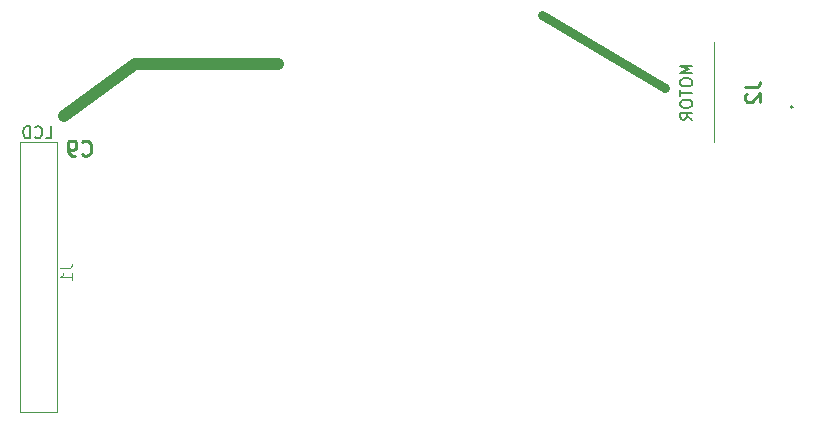
<source format=gbr>
%TF.GenerationSoftware,KiCad,Pcbnew,8.0.4*%
%TF.CreationDate,2024-09-02T15:52:59+01:00*%
%TF.ProjectId,algoritmi_foc,616c676f-7269-4746-9d69-5f666f632e6b,Andr_s Motta*%
%TF.SameCoordinates,Original*%
%TF.FileFunction,Legend,Bot*%
%TF.FilePolarity,Positive*%
%FSLAX46Y46*%
G04 Gerber Fmt 4.6, Leading zero omitted, Abs format (unit mm)*
G04 Created by KiCad (PCBNEW 8.0.4) date 2024-09-02 15:52:59*
%MOMM*%
%LPD*%
G01*
G04 APERTURE LIST*
%ADD10C,0.800000*%
%ADD11C,1.000000*%
%ADD12C,0.150000*%
%ADD13C,0.254000*%
%ADD14C,0.100000*%
%ADD15C,0.200000*%
G04 APERTURE END LIST*
D10*
X109317203Y-60642559D02*
X119800000Y-66800000D01*
D11*
X86997203Y-64772559D02*
X74917203Y-64792559D01*
X74917203Y-64792559D02*
X68857203Y-69222559D01*
D12*
X122069819Y-64936779D02*
X121069819Y-64936779D01*
X121069819Y-64936779D02*
X121784104Y-65270112D01*
X121784104Y-65270112D02*
X121069819Y-65603445D01*
X121069819Y-65603445D02*
X122069819Y-65603445D01*
X121069819Y-66270112D02*
X121069819Y-66460588D01*
X121069819Y-66460588D02*
X121117438Y-66555826D01*
X121117438Y-66555826D02*
X121212676Y-66651064D01*
X121212676Y-66651064D02*
X121403152Y-66698683D01*
X121403152Y-66698683D02*
X121736485Y-66698683D01*
X121736485Y-66698683D02*
X121926961Y-66651064D01*
X121926961Y-66651064D02*
X122022200Y-66555826D01*
X122022200Y-66555826D02*
X122069819Y-66460588D01*
X122069819Y-66460588D02*
X122069819Y-66270112D01*
X122069819Y-66270112D02*
X122022200Y-66174874D01*
X122022200Y-66174874D02*
X121926961Y-66079636D01*
X121926961Y-66079636D02*
X121736485Y-66032017D01*
X121736485Y-66032017D02*
X121403152Y-66032017D01*
X121403152Y-66032017D02*
X121212676Y-66079636D01*
X121212676Y-66079636D02*
X121117438Y-66174874D01*
X121117438Y-66174874D02*
X121069819Y-66270112D01*
X121069819Y-66984398D02*
X121069819Y-67555826D01*
X122069819Y-67270112D02*
X121069819Y-67270112D01*
X121069819Y-68079636D02*
X121069819Y-68270112D01*
X121069819Y-68270112D02*
X121117438Y-68365350D01*
X121117438Y-68365350D02*
X121212676Y-68460588D01*
X121212676Y-68460588D02*
X121403152Y-68508207D01*
X121403152Y-68508207D02*
X121736485Y-68508207D01*
X121736485Y-68508207D02*
X121926961Y-68460588D01*
X121926961Y-68460588D02*
X122022200Y-68365350D01*
X122022200Y-68365350D02*
X122069819Y-68270112D01*
X122069819Y-68270112D02*
X122069819Y-68079636D01*
X122069819Y-68079636D02*
X122022200Y-67984398D01*
X122022200Y-67984398D02*
X121926961Y-67889160D01*
X121926961Y-67889160D02*
X121736485Y-67841541D01*
X121736485Y-67841541D02*
X121403152Y-67841541D01*
X121403152Y-67841541D02*
X121212676Y-67889160D01*
X121212676Y-67889160D02*
X121117438Y-67984398D01*
X121117438Y-67984398D02*
X121069819Y-68079636D01*
X122069819Y-69508207D02*
X121593628Y-69174874D01*
X122069819Y-68936779D02*
X121069819Y-68936779D01*
X121069819Y-68936779D02*
X121069819Y-69317731D01*
X121069819Y-69317731D02*
X121117438Y-69412969D01*
X121117438Y-69412969D02*
X121165057Y-69460588D01*
X121165057Y-69460588D02*
X121260295Y-69508207D01*
X121260295Y-69508207D02*
X121403152Y-69508207D01*
X121403152Y-69508207D02*
X121498390Y-69460588D01*
X121498390Y-69460588D02*
X121546009Y-69412969D01*
X121546009Y-69412969D02*
X121593628Y-69317731D01*
X121593628Y-69317731D02*
X121593628Y-68936779D01*
X67334233Y-71082378D02*
X67810423Y-71082378D01*
X67810423Y-71082378D02*
X67810423Y-70082378D01*
X66429471Y-70987139D02*
X66477090Y-71034759D01*
X66477090Y-71034759D02*
X66619947Y-71082378D01*
X66619947Y-71082378D02*
X66715185Y-71082378D01*
X66715185Y-71082378D02*
X66858042Y-71034759D01*
X66858042Y-71034759D02*
X66953280Y-70939520D01*
X66953280Y-70939520D02*
X67000899Y-70844282D01*
X67000899Y-70844282D02*
X67048518Y-70653806D01*
X67048518Y-70653806D02*
X67048518Y-70510949D01*
X67048518Y-70510949D02*
X67000899Y-70320473D01*
X67000899Y-70320473D02*
X66953280Y-70225235D01*
X66953280Y-70225235D02*
X66858042Y-70129997D01*
X66858042Y-70129997D02*
X66715185Y-70082378D01*
X66715185Y-70082378D02*
X66619947Y-70082378D01*
X66619947Y-70082378D02*
X66477090Y-70129997D01*
X66477090Y-70129997D02*
X66429471Y-70177616D01*
X66000899Y-71082378D02*
X66000899Y-70082378D01*
X66000899Y-70082378D02*
X65762804Y-70082378D01*
X65762804Y-70082378D02*
X65619947Y-70129997D01*
X65619947Y-70129997D02*
X65524709Y-70225235D01*
X65524709Y-70225235D02*
X65477090Y-70320473D01*
X65477090Y-70320473D02*
X65429471Y-70510949D01*
X65429471Y-70510949D02*
X65429471Y-70653806D01*
X65429471Y-70653806D02*
X65477090Y-70844282D01*
X65477090Y-70844282D02*
X65524709Y-70939520D01*
X65524709Y-70939520D02*
X65619947Y-71034759D01*
X65619947Y-71034759D02*
X65762804Y-71082378D01*
X65762804Y-71082378D02*
X66000899Y-71082378D01*
D13*
X126554318Y-66776667D02*
X127461461Y-66776667D01*
X127461461Y-66776667D02*
X127642889Y-66716190D01*
X127642889Y-66716190D02*
X127763842Y-66595238D01*
X127763842Y-66595238D02*
X127824318Y-66413809D01*
X127824318Y-66413809D02*
X127824318Y-66292857D01*
X126675270Y-67320952D02*
X126614794Y-67381428D01*
X126614794Y-67381428D02*
X126554318Y-67502381D01*
X126554318Y-67502381D02*
X126554318Y-67804762D01*
X126554318Y-67804762D02*
X126614794Y-67925714D01*
X126614794Y-67925714D02*
X126675270Y-67986190D01*
X126675270Y-67986190D02*
X126796222Y-68046667D01*
X126796222Y-68046667D02*
X126917175Y-68046667D01*
X126917175Y-68046667D02*
X127098603Y-67986190D01*
X127098603Y-67986190D02*
X127824318Y-67260476D01*
X127824318Y-67260476D02*
X127824318Y-68046667D01*
X70411666Y-72453365D02*
X70472142Y-72513842D01*
X70472142Y-72513842D02*
X70653571Y-72574318D01*
X70653571Y-72574318D02*
X70774523Y-72574318D01*
X70774523Y-72574318D02*
X70955952Y-72513842D01*
X70955952Y-72513842D02*
X71076904Y-72392889D01*
X71076904Y-72392889D02*
X71137381Y-72271937D01*
X71137381Y-72271937D02*
X71197857Y-72030032D01*
X71197857Y-72030032D02*
X71197857Y-71848603D01*
X71197857Y-71848603D02*
X71137381Y-71606699D01*
X71137381Y-71606699D02*
X71076904Y-71485746D01*
X71076904Y-71485746D02*
X70955952Y-71364794D01*
X70955952Y-71364794D02*
X70774523Y-71304318D01*
X70774523Y-71304318D02*
X70653571Y-71304318D01*
X70653571Y-71304318D02*
X70472142Y-71364794D01*
X70472142Y-71364794D02*
X70411666Y-71425270D01*
X69806904Y-72574318D02*
X69565000Y-72574318D01*
X69565000Y-72574318D02*
X69444047Y-72513842D01*
X69444047Y-72513842D02*
X69383571Y-72453365D01*
X69383571Y-72453365D02*
X69262619Y-72271937D01*
X69262619Y-72271937D02*
X69202142Y-72030032D01*
X69202142Y-72030032D02*
X69202142Y-71546222D01*
X69202142Y-71546222D02*
X69262619Y-71425270D01*
X69262619Y-71425270D02*
X69323095Y-71364794D01*
X69323095Y-71364794D02*
X69444047Y-71304318D01*
X69444047Y-71304318D02*
X69685952Y-71304318D01*
X69685952Y-71304318D02*
X69806904Y-71364794D01*
X69806904Y-71364794D02*
X69867381Y-71425270D01*
X69867381Y-71425270D02*
X69927857Y-71546222D01*
X69927857Y-71546222D02*
X69927857Y-71848603D01*
X69927857Y-71848603D02*
X69867381Y-71969556D01*
X69867381Y-71969556D02*
X69806904Y-72030032D01*
X69806904Y-72030032D02*
X69685952Y-72090508D01*
X69685952Y-72090508D02*
X69444047Y-72090508D01*
X69444047Y-72090508D02*
X69323095Y-72030032D01*
X69323095Y-72030032D02*
X69262619Y-71969556D01*
X69262619Y-71969556D02*
X69202142Y-71848603D01*
D14*
X68534622Y-82105225D02*
X69248907Y-82105225D01*
X69248907Y-82105225D02*
X69391764Y-82057606D01*
X69391764Y-82057606D02*
X69487003Y-81962368D01*
X69487003Y-81962368D02*
X69534622Y-81819511D01*
X69534622Y-81819511D02*
X69534622Y-81724273D01*
X69534622Y-83105225D02*
X69534622Y-82533797D01*
X69534622Y-82819511D02*
X68534622Y-82819511D01*
X68534622Y-82819511D02*
X68677479Y-82724273D01*
X68677479Y-82724273D02*
X68772717Y-82629035D01*
X68772717Y-82629035D02*
X68820336Y-82533797D01*
%TO.C,J2*%
X123900000Y-62950000D02*
X123900000Y-71450000D01*
D15*
X130400000Y-68450000D02*
X130400000Y-68450000D01*
X130600000Y-68450000D02*
X130600000Y-68450000D01*
X130400000Y-68450000D02*
G75*
G02*
X130600000Y-68450000I100000J0D01*
G01*
X130600000Y-68450000D02*
G75*
G02*
X130400000Y-68450000I-100000J0D01*
G01*
%TO.C,J1*%
D14*
X65157203Y-71388559D02*
X68317203Y-71388559D01*
X68317203Y-94298559D01*
X65157203Y-94298559D01*
X65157203Y-71388559D01*
%TD*%
M02*

</source>
